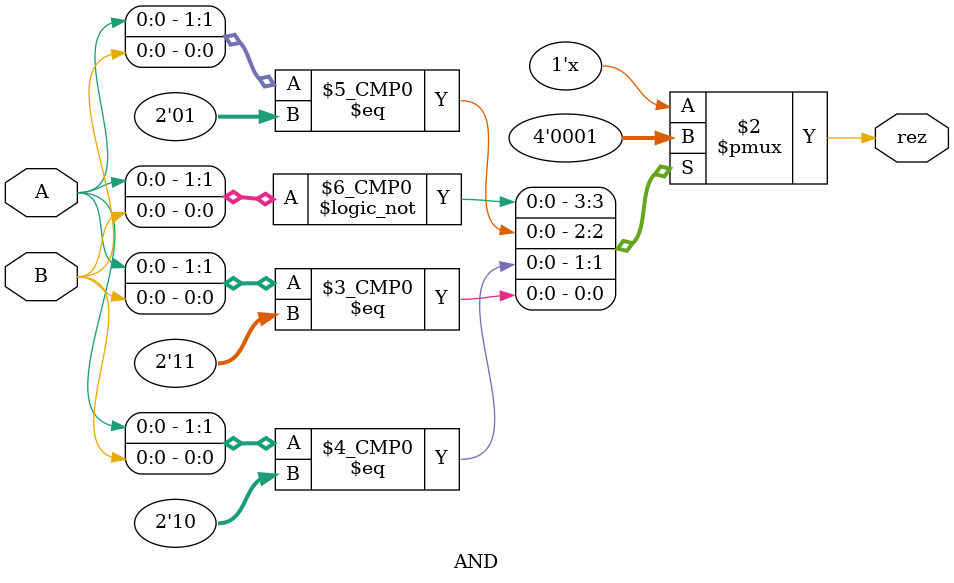
<source format=v>
`timescale 1ns / 1ps


// and edhe pse o built in primitive..
module AND(
    input A,
    input B,
    output reg rez
);

always @* begin
    case({A,B})
        2'b00: rez = 1'b0;
        2'b01: rez = 1'b0;
        2'b10: rez = 1'b0;
        2'b11: rez = 1'b1;
    endcase
end

endmodule

</source>
